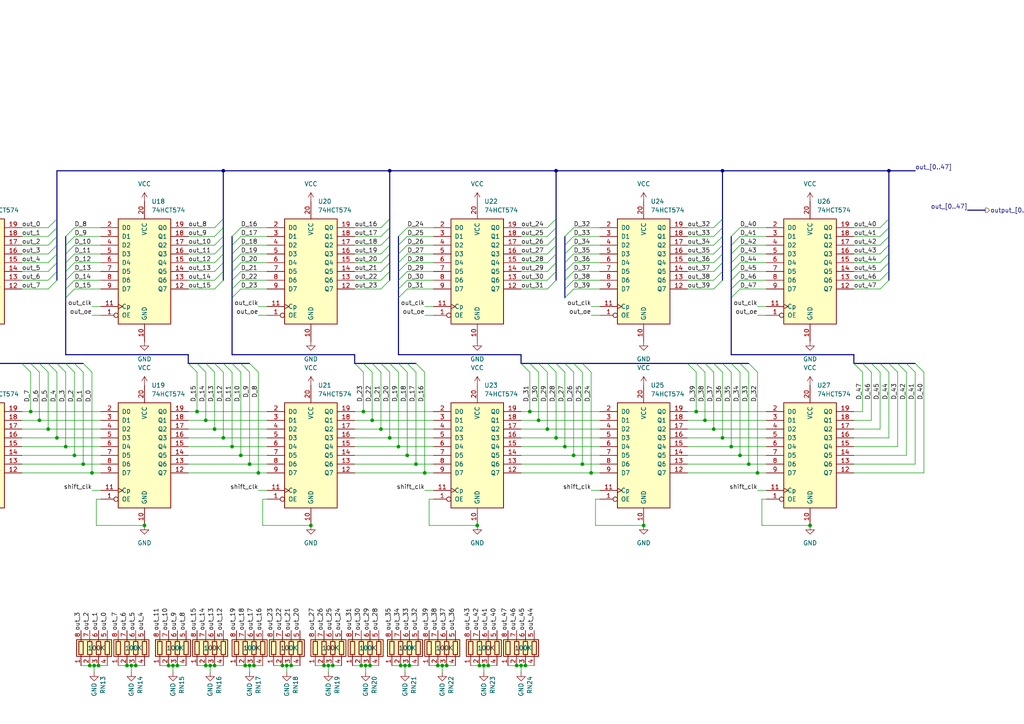
<source format=kicad_sch>
(kicad_sch (version 20211123) (generator eeschema)
  (paper "A4")
  (junction (at 26.67 137.16))
  (junction (at 113.03 127))
  (junction (at 96.52 193.04))
  (junction (at 141.605 193.04))
  (junction (at 72.39 193.04))
  (junction (at 117.475 193.04))
  (junction (at 26.035 193.04))
  (junction (at 214.63 132.08))
  (junction (at 72.39 134.62))
  (junction (at 153.67 119.38))
  (junction (at 62.23 193.04))
  (junction (at 204.47 121.92))
  (junction (at 64.77 49.53))
  (junction (at 62.23 124.46))
  (junction (at 212.09 129.54))
  (junction (at 129.54 193.04))
  (junction (at 106.045 193.04))
  (junction (at 127 193.04))
  (junction (at 21.59 132.08))
  (junction (at 19.05 129.54))
  (junction (at 217.17 134.62))
  (junction (at 113.03 49.53))
  (junction (at 201.93 119.38))
  (junction (at 11.43 121.92))
  (junction (at 120.65 134.62))
  (junction (at 16.51 127))
  (junction (at 60.96 193.04))
  (junction (at 138.43 152.4))
  (junction (at 107.315 193.04))
  (junction (at 104.775 193.04))
  (junction (at 27.305 193.04))
  (junction (at 110.49 124.46))
  (junction (at 8.89 119.38))
  (junction (at 209.55 127))
  (junction (at -6.35 152.4))
  (junction (at 116.205 193.04))
  (junction (at 118.745 193.04))
  (junction (at 59.69 193.04))
  (junction (at 151.13 193.04))
  (junction (at 13.97 124.46))
  (junction (at 81.915 193.04))
  (junction (at 83.185 193.04))
  (junction (at 161.29 49.53))
  (junction (at 36.83 193.04))
  (junction (at 84.455 193.04))
  (junction (at 39.37 193.04))
  (junction (at 64.77 127))
  (junction (at 59.69 121.92))
  (junction (at 41.91 152.4))
  (junction (at 152.4 193.04))
  (junction (at 71.12 193.04))
  (junction (at 48.895 193.04))
  (junction (at 234.95 152.4))
  (junction (at 149.86 193.04))
  (junction (at 38.1 193.04))
  (junction (at 166.37 132.08))
  (junction (at 74.93 137.16))
  (junction (at 50.165 193.04))
  (junction (at 257.81 49.53))
  (junction (at 123.19 137.16))
  (junction (at 219.71 137.16))
  (junction (at 161.29 127))
  (junction (at 105.41 119.38))
  (junction (at 57.15 119.38))
  (junction (at 128.27 193.04))
  (junction (at 51.435 193.04))
  (junction (at 171.45 137.16))
  (junction (at 93.98 193.04))
  (junction (at 115.57 129.54))
  (junction (at 139.065 193.04))
  (junction (at 95.25 193.04))
  (junction (at 118.11 132.08))
  (junction (at 73.66 193.04))
  (junction (at 209.55 49.53))
  (junction (at 28.575 193.04))
  (junction (at 69.85 132.08))
  (junction (at 156.21 121.92))
  (junction (at 24.13 134.62))
  (junction (at 158.75 124.46))
  (junction (at 186.69 152.4))
  (junction (at 107.95 121.92))
  (junction (at 67.31 129.54))
  (junction (at 140.335 193.04))
  (junction (at 163.83 129.54))
  (junction (at 207.01 124.46))
  (junction (at 168.91 134.62))
  (junction (at 90.17 152.4))
  (bus_entry (at 110.49 66.04) (size 2.54 -2.54))
  (bus_entry (at -29.21 127) (size 2.54 -2.54))
  (bus_entry (at 110.49 68.58) (size 2.54 -2.54))
  (bus_entry (at 110.49 76.2) (size 2.54 -2.54))
  (bus_entry (at 13.97 73.66) (size 2.54 -2.54))
  (bus_entry (at 161.29 105.41) (size 2.54 2.54))
  (bus_entry (at 67.31 73.66) (size 2.54 -2.54))
  (bus_entry (at 67.31 86.36) (size 2.54 -2.54))
  (bus_entry (at 158.75 76.2) (size 2.54 -2.54))
  (bus_entry (at 255.27 78.74) (size 2.54 -2.54))
  (bus_entry (at 207.01 78.74) (size 2.54 -2.54))
  (bus_entry (at 13.97 66.04) (size 2.54 -2.54))
  (bus_entry (at 62.23 78.74) (size 2.54 -2.54))
  (bus_entry (at 54.61 105.41) (size 2.54 2.54))
  (bus_entry (at 250.19 105.41) (size 2.54 2.54))
  (bus_entry (at 69.85 105.41) (size 2.54 2.54))
  (bus_entry (at -29.21 134.62) (size 2.54 -2.54))
  (bus_entry (at 163.83 76.2) (size 2.54 -2.54))
  (bus_entry (at 19.05 86.36) (size 2.54 -2.54))
  (bus_entry (at 207.01 68.58) (size 2.54 -2.54))
  (bus_entry (at 118.11 105.41) (size 2.54 2.54))
  (bus_entry (at 255.27 66.04) (size 2.54 -2.54))
  (bus_entry (at 19.05 78.74) (size 2.54 -2.54))
  (bus_entry (at 62.23 68.58) (size 2.54 -2.54))
  (bus_entry (at 6.35 105.41) (size 2.54 2.54))
  (bus_entry (at 67.31 71.12) (size 2.54 -2.54))
  (bus_entry (at -29.21 132.08) (size 2.54 -2.54))
  (bus_entry (at 163.83 68.58) (size 2.54 -2.54))
  (bus_entry (at 163.83 71.12) (size 2.54 -2.54))
  (bus_entry (at 163.83 105.41) (size 2.54 2.54))
  (bus_entry (at 255.27 68.58) (size 2.54 -2.54))
  (bus_entry (at 62.23 76.2) (size 2.54 -2.54))
  (bus_entry (at 255.27 83.82) (size 2.54 -2.54))
  (bus_entry (at 265.43 105.41) (size 2.54 2.54))
  (bus_entry (at 153.67 105.41) (size 2.54 2.54))
  (bus_entry (at 115.57 83.82) (size 2.54 -2.54))
  (bus_entry (at 260.35 105.41) (size 2.54 2.54))
  (bus_entry (at 64.77 105.41) (size 2.54 2.54))
  (bus_entry (at 19.05 73.66) (size 2.54 -2.54))
  (bus_entry (at 212.09 105.41) (size 2.54 2.54))
  (bus_entry (at 168.91 105.41) (size 2.54 2.54))
  (bus_entry (at 207.01 81.28) (size 2.54 -2.54))
  (bus_entry (at 19.05 71.12) (size 2.54 -2.54))
  (bus_entry (at 115.57 86.36) (size 2.54 -2.54))
  (bus_entry (at 255.27 81.28) (size 2.54 -2.54))
  (bus_entry (at 158.75 71.12) (size 2.54 -2.54))
  (bus_entry (at 13.97 71.12) (size 2.54 -2.54))
  (bus_entry (at 13.97 83.82) (size 2.54 -2.54))
  (bus_entry (at 163.83 86.36) (size 2.54 -2.54))
  (bus_entry (at 115.57 71.12) (size 2.54 -2.54))
  (bus_entry (at 107.95 105.41) (size 2.54 2.54))
  (bus_entry (at 158.75 78.74) (size 2.54 -2.54))
  (bus_entry (at 257.81 105.41) (size 2.54 2.54))
  (bus_entry (at 212.09 86.36) (size 2.54 -2.54))
  (bus_entry (at 255.27 73.66) (size 2.54 -2.54))
  (bus_entry (at 212.09 76.2) (size 2.54 -2.54))
  (bus_entry (at 102.87 105.41) (size 2.54 2.54))
  (bus_entry (at 158.75 68.58) (size 2.54 -2.54))
  (bus_entry (at 158.75 73.66) (size 2.54 -2.54))
  (bus_entry (at 255.27 76.2) (size 2.54 -2.54))
  (bus_entry (at 207.01 71.12) (size 2.54 -2.54))
  (bus_entry (at 67.31 78.74) (size 2.54 -2.54))
  (bus_entry (at 163.83 83.82) (size 2.54 -2.54))
  (bus_entry (at -29.21 137.16) (size 2.54 -2.54))
  (bus_entry (at 105.41 105.41) (size 2.54 2.54))
  (bus_entry (at 110.49 78.74) (size 2.54 -2.54))
  (bus_entry (at 214.63 105.41) (size 2.54 2.54))
  (bus_entry (at 67.31 68.58) (size 2.54 -2.54))
  (bus_entry (at 204.47 105.41) (size 2.54 2.54))
  (bus_entry (at 19.05 83.82) (size 2.54 -2.54))
  (bus_entry (at 13.97 68.58) (size 2.54 -2.54))
  (bus_entry (at 217.17 105.41) (size 2.54 2.54))
  (bus_entry (at 212.09 73.66) (size 2.54 -2.54))
  (bus_entry (at 163.83 81.28) (size 2.54 -2.54))
  (bus_entry (at 67.31 83.82) (size 2.54 -2.54))
  (bus_entry (at 158.75 105.41) (size 2.54 2.54))
  (bus_entry (at 115.57 78.74) (size 2.54 -2.54))
  (bus_entry (at 115.57 73.66) (size 2.54 -2.54))
  (bus_entry (at 212.09 83.82) (size 2.54 -2.54))
  (bus_entry (at 67.31 76.2) (size 2.54 -2.54))
  (bus_entry (at 110.49 105.41) (size 2.54 2.54))
  (bus_entry (at 115.57 68.58) (size 2.54 -2.54))
  (bus_entry (at 67.31 105.41) (size 2.54 2.54))
  (bus_entry (at 255.27 71.12) (size 2.54 -2.54))
  (bus_entry (at 199.39 105.41) (size 2.54 2.54))
  (bus_entry (at 62.23 73.66) (size 2.54 -2.54))
  (bus_entry (at 262.89 105.41) (size 2.54 2.54))
  (bus_entry (at 252.73 105.41) (size 2.54 2.54))
  (bus_entry (at 110.49 71.12) (size 2.54 -2.54))
  (bus_entry (at 207.01 73.66) (size 2.54 -2.54))
  (bus_entry (at 62.23 105.41) (size 2.54 2.54))
  (bus_entry (at 158.75 66.04) (size 2.54 -2.54))
  (bus_entry (at 207.01 105.41) (size 2.54 2.54))
  (bus_entry (at 212.09 71.12) (size 2.54 -2.54))
  (bus_entry (at 201.93 105.41) (size 2.54 2.54))
  (bus_entry (at 110.49 73.66) (size 2.54 -2.54))
  (bus_entry (at 13.97 81.28) (size 2.54 -2.54))
  (bus_entry (at 110.49 83.82) (size 2.54 -2.54))
  (bus_entry (at 67.31 81.28) (size 2.54 -2.54))
  (bus_entry (at -29.21 124.46) (size 2.54 -2.54))
  (bus_entry (at 57.15 105.41) (size 2.54 2.54))
  (bus_entry (at 115.57 81.28) (size 2.54 -2.54))
  (bus_entry (at 166.37 105.41) (size 2.54 2.54))
  (bus_entry (at 62.23 71.12) (size 2.54 -2.54))
  (bus_entry (at 19.05 81.28) (size 2.54 -2.54))
  (bus_entry (at -29.21 139.7) (size 2.54 -2.54))
  (bus_entry (at 158.75 81.28) (size 2.54 -2.54))
  (bus_entry (at 115.57 105.41) (size 2.54 2.54))
  (bus_entry (at 212.09 81.28) (size 2.54 -2.54))
  (bus_entry (at 207.01 66.04) (size 2.54 -2.54))
  (bus_entry (at 247.65 105.41) (size 2.54 2.54))
  (bus_entry (at 212.09 78.74) (size 2.54 -2.54))
  (bus_entry (at 209.55 105.41) (size 2.54 2.54))
  (bus_entry (at 156.21 105.41) (size 2.54 2.54))
  (bus_entry (at 59.69 105.41) (size 2.54 2.54))
  (bus_entry (at 163.83 73.66) (size 2.54 -2.54))
  (bus_entry (at 13.97 76.2) (size 2.54 -2.54))
  (bus_entry (at 115.57 76.2) (size 2.54 -2.54))
  (bus_entry (at 163.83 78.74) (size 2.54 -2.54))
  (bus_entry (at 13.97 78.74) (size 2.54 -2.54))
  (bus_entry (at 62.23 83.82) (size 2.54 -2.54))
  (bus_entry (at 8.89 105.41) (size 2.54 2.54))
  (bus_entry (at 16.51 105.41) (size 2.54 2.54))
  (bus_entry (at 19.05 105.41) (size 2.54 2.54))
  (bus_entry (at 24.13 105.41) (size 2.54 2.54))
  (bus_entry (at 21.59 105.41) (size 2.54 2.54))
  (bus_entry (at 13.97 105.41) (size 2.54 2.54))
  (bus_entry (at 11.43 105.41) (size 2.54 2.54))
  (bus_entry (at 151.13 105.41) (size 2.54 2.54))
  (bus_entry (at 207.01 83.82) (size 2.54 -2.54))
  (bus_entry (at 212.09 68.58) (size 2.54 -2.54))
  (bus_entry (at 19.05 68.58) (size 2.54 -2.54))
  (bus_entry (at -29.21 121.92) (size 2.54 -2.54))
  (bus_entry (at 19.05 76.2) (size 2.54 -2.54))
  (bus_entry (at 207.01 76.2) (size 2.54 -2.54))
  (bus_entry (at 120.65 105.41) (size 2.54 2.54))
  (bus_entry (at 62.23 81.28) (size 2.54 -2.54))
  (bus_entry (at 62.23 66.04) (size 2.54 -2.54))
  (bus_entry (at 72.39 105.41) (size 2.54 2.54))
  (bus_entry (at -29.21 73.66) (size 2.54 -2.54))
  (bus_entry (at -29.21 78.74) (size 2.54 -2.54))
  (bus_entry (at -29.21 76.2) (size 2.54 -2.54))
  (bus_entry (at -29.21 71.12) (size 2.54 -2.54))
  (bus_entry (at -26.67 66.04) (size -2.54 -2.54))
  (bus_entry (at -29.21 81.28) (size 2.54 -2.54))
  (bus_entry (at -29.21 83.82) (size 2.54 -2.54))
  (bus_entry (at -29.21 86.36) (size 2.54 -2.54))
  (bus_entry (at 255.27 105.41) (size 2.54 2.54))
  (bus_entry (at -29.21 129.54) (size 2.54 -2.54))
  (bus_entry (at 113.03 105.41) (size 2.54 2.54))
  (bus_entry (at 158.75 83.82) (size 2.54 -2.54))
  (bus_entry (at 110.49 81.28) (size 2.54 -2.54))
  (wire (pts (xy -21.59 142.24) (xy -19.05 142.24)))
  (wire (pts (xy 26.67 88.9) (xy 29.21 88.9)))
  (bus (pts (xy 163.83 78.74) (xy 163.83 81.28)))
  (bus (pts (xy 21.59 105.41) (xy 24.13 105.41)))
  (wire (pts (xy 102.87 127) (xy 113.03 127)))
  (wire (pts (xy 120.65 134.62) (xy 125.73 134.62)))
  (wire (pts (xy 265.43 107.95) (xy 265.43 134.62)))
  (wire (pts (xy 59.69 193.04) (xy 60.96 193.04)))
  (wire (pts (xy 6.35 127) (xy 16.51 127)))
  (wire (pts (xy 199.39 68.58) (xy 207.01 68.58)))
  (wire (pts (xy 123.19 88.9) (xy 125.73 88.9)))
  (wire (pts (xy 118.11 78.74) (xy 125.73 78.74)))
  (wire (pts (xy 76.2 144.78) (xy 77.47 144.78)))
  (wire (pts (xy 214.63 68.58) (xy 222.25 68.58)))
  (bus (pts (xy 163.83 81.28) (xy 163.83 83.82)))
  (bus (pts (xy -29.21 134.62) (xy -29.21 137.16)))
  (wire (pts (xy 102.87 66.04) (xy 110.49 66.04)))
  (wire (pts (xy 36.83 193.04) (xy 38.1 193.04)))
  (wire (pts (xy 54.61 76.2) (xy 62.23 76.2)))
  (bus (pts (xy 64.77 49.53) (xy 113.03 49.53)))
  (bus (pts (xy -29.21 63.5) (xy -29.21 71.12)))
  (bus (pts (xy 163.83 83.82) (xy 163.83 86.36)))
  (wire (pts (xy 151.13 193.04) (xy 151.13 194.945)))
  (wire (pts (xy 102.87 132.08) (xy 118.11 132.08)))
  (wire (pts (xy 6.35 134.62) (xy 24.13 134.62)))
  (bus (pts (xy 161.29 78.74) (xy 161.29 81.28)))
  (bus (pts (xy 209.55 73.66) (xy 209.55 76.2)))
  (wire (pts (xy 46.355 193.04) (xy 48.895 193.04)))
  (bus (pts (xy 19.05 86.36) (xy 19.05 102.87)))
  (wire (pts (xy 214.63 71.12) (xy 222.25 71.12)))
  (bus (pts (xy -29.21 86.36) (xy -29.21 105.41)))
  (bus (pts (xy 115.57 71.12) (xy 115.57 73.66)))
  (wire (pts (xy 69.85 132.08) (xy 77.47 132.08)))
  (bus (pts (xy 16.51 73.66) (xy 16.51 71.12)))
  (wire (pts (xy 199.39 119.38) (xy 201.93 119.38)))
  (bus (pts (xy 64.77 76.2) (xy 64.77 78.74)))
  (bus (pts (xy 257.81 49.53) (xy 257.81 63.5)))
  (bus (pts (xy 115.57 73.66) (xy 115.57 76.2)))
  (wire (pts (xy 6.35 66.04) (xy 13.97 66.04)))
  (wire (pts (xy 172.72 152.4) (xy 172.72 144.78)))
  (wire (pts (xy 69.85 68.58) (xy 77.47 68.58)))
  (wire (pts (xy 207.01 107.95) (xy 207.01 124.46)))
  (bus (pts (xy 209.55 76.2) (xy 209.55 78.74)))
  (wire (pts (xy 72.39 107.95) (xy 72.39 134.62)))
  (bus (pts (xy -29.21 76.2) (xy -29.21 78.74)))
  (bus (pts (xy 113.03 49.53) (xy 113.03 63.5)))
  (wire (pts (xy 102.235 193.04) (xy 104.775 193.04)))
  (wire (pts (xy 151.13 66.04) (xy 158.75 66.04)))
  (bus (pts (xy 209.55 68.58) (xy 209.55 71.12)))
  (wire (pts (xy 140.335 193.04) (xy 141.605 193.04)))
  (bus (pts (xy 102.87 105.41) (xy 105.41 105.41)))
  (wire (pts (xy 27.305 193.04) (xy 27.305 194.945)))
  (wire (pts (xy 199.39 78.74) (xy 207.01 78.74)))
  (wire (pts (xy 123.19 91.44) (xy 125.73 91.44)))
  (wire (pts (xy 156.21 107.95) (xy 156.21 121.92)))
  (wire (pts (xy 220.98 144.78) (xy 222.25 144.78)))
  (wire (pts (xy 107.95 107.95) (xy 107.95 121.92)))
  (wire (pts (xy 199.39 81.28) (xy 207.01 81.28)))
  (bus (pts (xy 153.67 105.41) (xy 156.21 105.41)))
  (bus (pts (xy 16.51 76.2) (xy 16.51 73.66)))
  (wire (pts (xy 151.13 121.92) (xy 156.21 121.92)))
  (wire (pts (xy -26.67 124.46) (xy -19.05 124.46)))
  (wire (pts (xy 69.85 73.66) (xy 77.47 73.66)))
  (bus (pts (xy 54.61 105.41) (xy 57.15 105.41)))
  (bus (pts (xy 16.51 105.41) (xy 19.05 105.41)))
  (wire (pts (xy 21.59 78.74) (xy 29.21 78.74)))
  (wire (pts (xy 250.19 107.95) (xy 250.19 119.38)))
  (wire (pts (xy 104.775 193.04) (xy 106.045 193.04)))
  (wire (pts (xy 6.35 78.74) (xy 13.97 78.74)))
  (wire (pts (xy 59.69 107.95) (xy 59.69 121.92)))
  (bus (pts (xy 212.09 68.58) (xy 212.09 71.12)))
  (bus (pts (xy 156.21 105.41) (xy 158.75 105.41)))
  (bus (pts (xy -29.21 83.82) (xy -29.21 86.36)))
  (wire (pts (xy 107.315 193.04) (xy 109.855 193.04)))
  (wire (pts (xy 214.63 81.28) (xy 222.25 81.28)))
  (wire (pts (xy 73.66 193.04) (xy 76.2 193.04)))
  (wire (pts (xy 54.61 71.12) (xy 62.23 71.12)))
  (bus (pts (xy 113.03 105.41) (xy 115.57 105.41)))
  (wire (pts (xy 74.93 91.44) (xy 77.47 91.44)))
  (bus (pts (xy 212.09 86.36) (xy 212.09 102.87)))
  (bus (pts (xy 16.51 49.53) (xy 64.77 49.53)))
  (wire (pts (xy -26.67 132.08) (xy -19.05 132.08)))
  (wire (pts (xy 209.55 127) (xy 222.25 127)))
  (bus (pts (xy 113.03 76.2) (xy 113.03 78.74)))
  (wire (pts (xy 247.65 121.92) (xy 252.73 121.92)))
  (bus (pts (xy 16.51 66.04) (xy 16.51 63.5)))
  (wire (pts (xy 62.23 193.04) (xy 64.77 193.04)))
  (wire (pts (xy 247.65 76.2) (xy 255.27 76.2)))
  (bus (pts (xy 115.57 102.87) (xy 151.13 102.87)))
  (wire (pts (xy 247.65 127) (xy 257.81 127)))
  (wire (pts (xy 6.35 129.54) (xy 19.05 129.54)))
  (bus (pts (xy -29.21 129.54) (xy -29.21 132.08)))
  (wire (pts (xy 8.89 107.95) (xy 8.89 119.38)))
  (wire (pts (xy 247.65 132.08) (xy 262.89 132.08)))
  (bus (pts (xy -29.21 132.08) (xy -29.21 134.62)))
  (bus (pts (xy 161.29 49.53) (xy 161.29 63.5)))
  (bus (pts (xy 19.05 102.87) (xy 54.61 102.87)))
  (wire (pts (xy 199.39 83.82) (xy 207.01 83.82)))
  (wire (pts (xy 151.13 193.04) (xy 152.4 193.04)))
  (wire (pts (xy 24.13 107.95) (xy 24.13 134.62)))
  (wire (pts (xy 212.09 129.54) (xy 222.25 129.54)))
  (wire (pts (xy 118.11 81.28) (xy 125.73 81.28)))
  (wire (pts (xy 57.15 193.04) (xy 59.69 193.04)))
  (wire (pts (xy 158.75 124.46) (xy 173.99 124.46)))
  (bus (pts (xy 64.77 66.04) (xy 64.77 68.58)))
  (bus (pts (xy 67.31 78.74) (xy 67.31 81.28)))
  (wire (pts (xy 220.98 152.4) (xy 220.98 144.78)))
  (bus (pts (xy 64.77 71.12) (xy 64.77 73.66)))
  (wire (pts (xy 118.11 66.04) (xy 125.73 66.04)))
  (wire (pts (xy 6.35 119.38) (xy 8.89 119.38)))
  (bus (pts (xy 257.81 71.12) (xy 257.81 73.66)))
  (wire (pts (xy 219.71 91.44) (xy 222.25 91.44)))
  (bus (pts (xy 161.29 73.66) (xy 161.29 76.2)))
  (wire (pts (xy 147.32 193.04) (xy 149.86 193.04)))
  (wire (pts (xy 8.89 119.38) (xy 29.21 119.38)))
  (wire (pts (xy 54.61 137.16) (xy 74.93 137.16)))
  (wire (pts (xy 11.43 121.92) (xy 29.21 121.92)))
  (wire (pts (xy 166.37 81.28) (xy 173.99 81.28)))
  (bus (pts (xy 212.09 76.2) (xy 212.09 78.74)))
  (wire (pts (xy 38.1 193.04) (xy 39.37 193.04)))
  (wire (pts (xy 38.1 193.04) (xy 38.1 194.945)))
  (bus (pts (xy 166.37 105.41) (xy 168.91 105.41)))
  (wire (pts (xy 24.13 134.62) (xy 29.21 134.62)))
  (wire (pts (xy 123.19 137.16) (xy 125.73 137.16)))
  (wire (pts (xy 72.39 134.62) (xy 77.47 134.62)))
  (bus (pts (xy 212.09 71.12) (xy 212.09 73.66)))
  (wire (pts (xy 127 193.04) (xy 128.27 193.04)))
  (wire (pts (xy 116.205 193.04) (xy 117.475 193.04)))
  (wire (pts (xy 124.46 193.04) (xy 127 193.04)))
  (wire (pts (xy 21.59 73.66) (xy 29.21 73.66)))
  (bus (pts (xy 209.55 66.04) (xy 209.55 68.58)))
  (bus (pts (xy 212.09 83.82) (xy 212.09 86.36)))
  (wire (pts (xy -26.67 137.16) (xy -19.05 137.16)))
  (wire (pts (xy 26.67 107.95) (xy 26.67 137.16)))
  (wire (pts (xy 151.13 137.16) (xy 171.45 137.16)))
  (wire (pts (xy 74.93 142.24) (xy 77.47 142.24)))
  (wire (pts (xy 138.43 152.4) (xy 124.46 152.4)))
  (bus (pts (xy 113.03 78.74) (xy 113.03 81.28)))
  (wire (pts (xy 90.17 152.4) (xy 76.2 152.4)))
  (wire (pts (xy 102.87 129.54) (xy 115.57 129.54)))
  (wire (pts (xy -26.67 121.92) (xy -19.05 121.92)))
  (wire (pts (xy 247.65 119.38) (xy 250.19 119.38)))
  (wire (pts (xy 102.87 68.58) (xy 110.49 68.58)))
  (wire (pts (xy 54.61 78.74) (xy 62.23 78.74)))
  (wire (pts (xy -26.67 68.58) (xy -19.05 68.58)))
  (bus (pts (xy 113.03 66.04) (xy 113.03 68.58)))
  (wire (pts (xy 118.11 71.12) (xy 125.73 71.12)))
  (bus (pts (xy 212.09 81.28) (xy 212.09 83.82)))
  (bus (pts (xy 13.97 105.41) (xy 16.51 105.41)))
  (wire (pts (xy 102.87 134.62) (xy 120.65 134.62)))
  (wire (pts (xy 153.67 107.95) (xy 153.67 119.38)))
  (wire (pts (xy 27.305 193.04) (xy 28.575 193.04)))
  (bus (pts (xy -29.21 81.28) (xy -29.21 83.82)))
  (bus (pts (xy 16.51 63.5) (xy 16.51 49.53)))
  (wire (pts (xy 247.65 83.82) (xy 255.27 83.82)))
  (wire (pts (xy 26.035 193.04) (xy 27.305 193.04)))
  (wire (pts (xy 166.37 78.74) (xy 173.99 78.74)))
  (wire (pts (xy 158.75 107.95) (xy 158.75 124.46)))
  (bus (pts (xy -29.21 78.74) (xy -29.21 81.28)))
  (wire (pts (xy -20.32 144.78) (xy -19.05 144.78)))
  (wire (pts (xy 129.54 193.04) (xy 132.08 193.04)))
  (wire (pts (xy -26.67 134.62) (xy -19.05 134.62)))
  (wire (pts (xy 102.87 124.46) (xy 110.49 124.46)))
  (bus (pts (xy 118.11 105.41) (xy 120.65 105.41)))
  (bus (pts (xy 19.05 83.82) (xy 19.05 86.36)))
  (bus (pts (xy 107.95 105.41) (xy 110.49 105.41)))
  (bus (pts (xy 214.63 105.41) (xy 217.17 105.41)))
  (wire (pts (xy 60.96 193.04) (xy 60.96 194.945)))
  (wire (pts (xy 72.39 193.04) (xy 72.39 194.945)))
  (wire (pts (xy 214.63 76.2) (xy 222.25 76.2)))
  (wire (pts (xy 123.19 142.24) (xy 125.73 142.24)))
  (wire (pts (xy 28.575 193.04) (xy 31.115 193.04)))
  (wire (pts (xy 247.65 124.46) (xy 255.27 124.46)))
  (wire (pts (xy 161.29 127) (xy 173.99 127)))
  (wire (pts (xy 201.93 119.38) (xy 222.25 119.38)))
  (wire (pts (xy 81.915 193.04) (xy 83.185 193.04)))
  (bus (pts (xy -29.21 121.92) (xy -29.21 124.46)))
  (wire (pts (xy 204.47 107.95) (xy 204.47 121.92)))
  (wire (pts (xy 13.97 124.46) (xy 29.21 124.46)))
  (wire (pts (xy 151.13 78.74) (xy 158.75 78.74)))
  (wire (pts (xy 118.745 193.04) (xy 121.285 193.04)))
  (bus (pts (xy 207.01 105.41) (xy 209.55 105.41)))
  (wire (pts (xy 102.87 73.66) (xy 110.49 73.66)))
  (bus (pts (xy 67.31 76.2) (xy 67.31 78.74)))
  (wire (pts (xy 262.89 107.95) (xy 262.89 132.08)))
  (wire (pts (xy 257.81 107.95) (xy 257.81 127)))
  (wire (pts (xy 54.61 66.04) (xy 62.23 66.04)))
  (bus (pts (xy 102.87 102.87) (xy 102.87 105.41)))
  (wire (pts (xy -26.67 127) (xy -19.05 127)))
  (bus (pts (xy 212.09 78.74) (xy 212.09 81.28)))
  (wire (pts (xy 69.85 83.82) (xy 77.47 83.82)))
  (wire (pts (xy 6.35 71.12) (xy 13.97 71.12)))
  (bus (pts (xy 115.57 83.82) (xy 115.57 86.36)))
  (wire (pts (xy 48.895 193.04) (xy 50.165 193.04)))
  (wire (pts (xy 247.65 68.58) (xy 255.27 68.58)))
  (wire (pts (xy 118.11 68.58) (xy 125.73 68.58)))
  (wire (pts (xy 96.52 193.04) (xy 99.06 193.04)))
  (wire (pts (xy 39.37 193.04) (xy 41.91 193.04)))
  (wire (pts (xy 151.13 127) (xy 161.29 127)))
  (bus (pts (xy -29.21 73.66) (xy -29.21 76.2)))
  (wire (pts (xy 151.13 71.12) (xy 158.75 71.12)))
  (bus (pts (xy 257.81 76.2) (xy 257.81 78.74)))
  (wire (pts (xy 21.59 81.28) (xy 29.21 81.28)))
  (wire (pts (xy 151.13 68.58) (xy 158.75 68.58)))
  (wire (pts (xy -27.94 172.72) (xy -21.59 172.72)))
  (wire (pts (xy -6.35 152.4) (xy -20.32 152.4)))
  (wire (pts (xy 84.455 193.04) (xy 86.995 193.04)))
  (bus (pts (xy 64.77 63.5) (xy 64.77 66.04)))
  (bus (pts (xy 19.05 81.28) (xy 19.05 83.82)))
  (bus (pts (xy 280.67 60.96) (xy 285.75 60.96)))
  (wire (pts (xy 247.65 66.04) (xy 255.27 66.04)))
  (bus (pts (xy 115.57 105.41) (xy 118.11 105.41)))
  (wire (pts (xy 21.59 66.04) (xy 29.21 66.04)))
  (wire (pts (xy 156.21 121.92) (xy 173.99 121.92)))
  (wire (pts (xy 219.71 137.16) (xy 222.25 137.16)))
  (wire (pts (xy 59.69 121.92) (xy 77.47 121.92)))
  (wire (pts (xy 6.35 76.2) (xy 13.97 76.2)))
  (wire (pts (xy 67.31 107.95) (xy 67.31 129.54)))
  (wire (pts (xy 219.71 88.9) (xy 222.25 88.9)))
  (bus (pts (xy 257.81 68.58) (xy 257.81 71.12)))
  (bus (pts (xy 168.91 105.41) (xy 199.39 105.41)))
  (bus (pts (xy 163.83 105.41) (xy 166.37 105.41)))
  (wire (pts (xy 166.37 66.04) (xy 173.99 66.04)))
  (wire (pts (xy 21.59 83.82) (xy 29.21 83.82)))
  (wire (pts (xy 113.03 127) (xy 125.73 127)))
  (bus (pts (xy 113.03 71.12) (xy 113.03 73.66)))
  (wire (pts (xy 171.45 88.9) (xy 173.99 88.9)))
  (wire (pts (xy 117.475 193.04) (xy 117.475 194.945)))
  (wire (pts (xy 166.37 68.58) (xy 173.99 68.58)))
  (wire (pts (xy 255.27 107.95) (xy 255.27 124.46)))
  (wire (pts (xy 166.37 107.95) (xy 166.37 132.08)))
  (wire (pts (xy 247.65 78.74) (xy 255.27 78.74)))
  (bus (pts (xy 212.09 73.66) (xy 212.09 76.2)))
  (wire (pts (xy 124.46 144.78) (xy 125.73 144.78)))
  (wire (pts (xy 166.37 76.2) (xy 173.99 76.2)))
  (bus (pts (xy -29.21 71.12) (xy -29.21 73.66)))
  (bus (pts (xy 212.09 102.87) (xy 247.65 102.87)))
  (wire (pts (xy 19.05 107.95) (xy 19.05 129.54)))
  (wire (pts (xy 151.13 129.54) (xy 163.83 129.54)))
  (bus (pts (xy 67.31 81.28) (xy 67.31 83.82)))
  (bus (pts (xy 257.81 78.74) (xy 257.81 81.28)))
  (wire (pts (xy 11.43 107.95) (xy 11.43 121.92)))
  (bus (pts (xy -29.21 139.7) (xy -29.21 152.4)))
  (wire (pts (xy 171.45 137.16) (xy 173.99 137.16)))
  (wire (pts (xy -27.94 176.53) (xy -21.59 176.53)))
  (bus (pts (xy 161.29 68.58) (xy 161.29 71.12)))
  (wire (pts (xy 151.13 81.28) (xy 158.75 81.28)))
  (wire (pts (xy 217.17 107.95) (xy 217.17 134.62)))
  (wire (pts (xy 26.67 142.24) (xy 29.21 142.24)))
  (wire (pts (xy 102.87 81.28) (xy 110.49 81.28)))
  (wire (pts (xy 105.41 107.95) (xy 105.41 119.38)))
  (bus (pts (xy 262.89 105.41) (xy 265.43 105.41)))
  (bus (pts (xy 19.05 78.74) (xy 19.05 81.28)))
  (wire (pts (xy 214.63 73.66) (xy 222.25 73.66)))
  (bus (pts (xy 11.43 105.41) (xy 13.97 105.41)))
  (bus (pts (xy 19.05 76.2) (xy 19.05 78.74)))
  (wire (pts (xy 6.35 68.58) (xy 13.97 68.58)))
  (wire (pts (xy 95.25 193.04) (xy 96.52 193.04)))
  (wire (pts (xy 6.35 83.82) (xy 13.97 83.82)))
  (wire (pts (xy 113.665 193.04) (xy 116.205 193.04)))
  (bus (pts (xy 250.19 105.41) (xy 252.73 105.41)))
  (wire (pts (xy -26.67 83.82) (xy -19.05 83.82)))
  (wire (pts (xy 161.29 107.95) (xy 161.29 127)))
  (wire (pts (xy 199.39 73.66) (xy 207.01 73.66)))
  (bus (pts (xy 209.55 49.53) (xy 209.55 63.5)))
  (wire (pts (xy 214.63 78.74) (xy 222.25 78.74)))
  (wire (pts (xy 16.51 127) (xy 29.21 127)))
  (wire (pts (xy -26.67 129.54) (xy -19.05 129.54)))
  (wire (pts (xy 120.65 107.95) (xy 120.65 134.62)))
  (bus (pts (xy 59.69 105.41) (xy 62.23 105.41)))
  (bus (pts (xy 19.05 68.58) (xy 19.05 71.12)))
  (bus (pts (xy 64.77 105.41) (xy 67.31 105.41)))
  (bus (pts (xy 113.03 63.5) (xy 113.03 66.04)))
  (wire (pts (xy 166.37 73.66) (xy 173.99 73.66)))
  (bus (pts (xy 64.77 78.74) (xy 64.77 81.28)))
  (bus (pts (xy 209.55 71.12) (xy 209.55 73.66)))
  (bus (pts (xy 113.03 68.58) (xy 113.03 71.12)))
  (wire (pts (xy 69.85 107.95) (xy 69.85 132.08)))
  (wire (pts (xy 199.39 124.46) (xy 207.01 124.46)))
  (wire (pts (xy 102.87 137.16) (xy 123.19 137.16)))
  (wire (pts (xy 67.31 129.54) (xy 77.47 129.54)))
  (wire (pts (xy 26.67 137.16) (xy 29.21 137.16)))
  (wire (pts (xy 151.13 134.62) (xy 168.91 134.62)))
  (bus (pts (xy 16.51 81.28) (xy 16.51 78.74)))
  (wire (pts (xy 93.98 193.04) (xy 95.25 193.04)))
  (wire (pts (xy 107.95 121.92) (xy 125.73 121.92)))
  (wire (pts (xy 252.73 107.95) (xy 252.73 121.92)))
  (wire (pts (xy 16.51 107.95) (xy 16.51 127)))
  (wire (pts (xy 62.23 124.46) (xy 77.47 124.46)))
  (wire (pts (xy 214.63 83.82) (xy 222.25 83.82)))
  (bus (pts (xy -29.21 127) (xy -29.21 129.54)))
  (wire (pts (xy 21.59 132.08) (xy 29.21 132.08)))
  (wire (pts (xy 54.61 134.62) (xy 72.39 134.62)))
  (wire (pts (xy 19.05 129.54) (xy 29.21 129.54)))
  (bus (pts (xy 158.75 105.41) (xy 161.29 105.41)))
  (wire (pts (xy 166.37 83.82) (xy 173.99 83.82)))
  (wire (pts (xy 219.71 142.24) (xy 222.25 142.24)))
  (wire (pts (xy 54.61 68.58) (xy 62.23 68.58)))
  (wire (pts (xy 166.37 132.08) (xy 173.99 132.08)))
  (wire (pts (xy -26.67 76.2) (xy -19.05 76.2)))
  (wire (pts (xy 27.94 152.4) (xy 27.94 144.78)))
  (wire (pts (xy 152.4 193.04) (xy 154.94 193.04)))
  (bus (pts (xy 161.29 76.2) (xy 161.29 78.74)))
  (bus (pts (xy 115.57 68.58) (xy 115.57 71.12)))
  (wire (pts (xy 41.91 152.4) (xy 27.94 152.4)))
  (wire (pts (xy 69.85 76.2) (xy 77.47 76.2)))
  (bus (pts (xy 115.57 76.2) (xy 115.57 78.74)))
  (wire (pts (xy 207.01 124.46) (xy 222.25 124.46)))
  (wire (pts (xy 102.87 78.74) (xy 110.49 78.74)))
  (bus (pts (xy 105.41 105.41) (xy 107.95 105.41)))
  (wire (pts (xy 123.19 107.95) (xy 123.19 137.16)))
  (bus (pts (xy 161.29 71.12) (xy 161.29 73.66)))
  (bus (pts (xy 204.47 105.41) (xy 207.01 105.41)))
  (bus (pts (xy 257.81 63.5) (xy 257.81 66.04)))
  (wire (pts (xy 26.67 91.44) (xy 29.21 91.44)))
  (wire (pts (xy 106.045 193.04) (xy 106.045 194.945)))
  (bus (pts (xy 260.35 105.41) (xy 262.89 105.41)))
  (wire (pts (xy 199.39 76.2) (xy 207.01 76.2)))
  (wire (pts (xy 54.61 119.38) (xy 57.15 119.38)))
  (wire (pts (xy 163.83 107.95) (xy 163.83 129.54)))
  (bus (pts (xy 110.49 105.41) (xy 113.03 105.41)))
  (wire (pts (xy 6.35 137.16) (xy 26.67 137.16)))
  (wire (pts (xy 118.11 73.66) (xy 125.73 73.66)))
  (wire (pts (xy 117.475 193.04) (xy 118.745 193.04)))
  (bus (pts (xy 247.65 102.87) (xy 247.65 105.41)))
  (wire (pts (xy 168.91 107.95) (xy 168.91 134.62)))
  (bus (pts (xy 209.55 78.74) (xy 209.55 81.28)))
  (wire (pts (xy 74.93 88.9) (xy 77.47 88.9)))
  (bus (pts (xy 113.03 49.53) (xy 161.29 49.53)))
  (wire (pts (xy 219.71 107.95) (xy 219.71 137.16)))
  (wire (pts (xy 95.25 193.04) (xy 95.25 194.945)))
  (bus (pts (xy -29.21 124.46) (xy -29.21 127)))
  (wire (pts (xy -20.32 152.4) (xy -20.32 144.78)))
  (wire (pts (xy 74.93 137.16) (xy 77.47 137.16)))
  (bus (pts (xy 67.31 73.66) (xy 67.31 76.2)))
  (wire (pts (xy 247.65 81.28) (xy 255.27 81.28)))
  (bus (pts (xy 209.55 63.5) (xy 209.55 66.04)))
  (bus (pts (xy 257.81 73.66) (xy 257.81 76.2)))
  (wire (pts (xy 72.39 193.04) (xy 73.66 193.04)))
  (wire (pts (xy 64.77 127) (xy 77.47 127)))
  (wire (pts (xy 106.045 193.04) (xy 107.315 193.04)))
  (wire (pts (xy 69.85 78.74) (xy 77.47 78.74)))
  (wire (pts (xy 54.61 127) (xy 64.77 127)))
  (bus (pts (xy 62.23 105.41) (xy 64.77 105.41)))
  (wire (pts (xy 102.87 119.38) (xy 105.41 119.38)))
  (wire (pts (xy 247.65 137.16) (xy 267.97 137.16)))
  (bus (pts (xy 257.81 66.04) (xy 257.81 68.58)))
  (wire (pts (xy 6.35 73.66) (xy 13.97 73.66)))
  (bus (pts (xy 19.05 73.66) (xy 19.05 76.2)))
  (bus (pts (xy 16.51 78.74) (xy 16.51 76.2)))
  (wire (pts (xy 71.12 193.04) (xy 72.39 193.04)))
  (wire (pts (xy 149.86 193.04) (xy 151.13 193.04)))
  (wire (pts (xy 54.61 73.66) (xy 62.23 73.66)))
  (wire (pts (xy 83.185 193.04) (xy 83.185 194.945)))
  (wire (pts (xy 247.65 73.66) (xy 255.27 73.66)))
  (wire (pts (xy 64.77 107.95) (xy 64.77 127)))
  (wire (pts (xy 234.95 152.4) (xy 220.98 152.4)))
  (wire (pts (xy 199.39 121.92) (xy 204.47 121.92)))
  (wire (pts (xy 247.65 71.12) (xy 255.27 71.12)))
  (wire (pts (xy 110.49 107.95) (xy 110.49 124.46)))
  (wire (pts (xy 102.87 76.2) (xy 110.49 76.2)))
  (wire (pts (xy 68.58 193.04) (xy 71.12 193.04)))
  (wire (pts (xy -26.67 71.12) (xy -19.05 71.12)))
  (wire (pts (xy 113.03 107.95) (xy 113.03 127)))
  (bus (pts (xy 54.61 102.87) (xy 54.61 105.41)))
  (wire (pts (xy 139.065 193.04) (xy 140.335 193.04)))
  (wire (pts (xy -27.94 181.61) (xy -21.59 181.61)))
  (wire (pts (xy 57.15 107.95) (xy 57.15 119.38)))
  (bus (pts (xy 257.81 49.53) (xy 265.43 49.53)))
  (wire (pts (xy 6.35 124.46) (xy 13.97 124.46)))
  (bus (pts (xy 64.77 73.66) (xy 64.77 76.2)))
  (wire (pts (xy 141.605 193.04) (xy 144.145 193.04)))
  (wire (pts (xy 79.375 193.04) (xy 81.915 193.04)))
  (bus (pts (xy -29.21 137.16) (xy -29.21 139.7)))
  (wire (pts (xy 168.91 134.62) (xy 173.99 134.62)))
  (bus (pts (xy 115.57 78.74) (xy 115.57 81.28)))
  (bus (pts (xy 209.55 49.53) (xy 257.81 49.53)))
  (bus (pts (xy 67.31 71.12) (xy 67.31 73.66)))
  (bus (pts (xy 6.35 105.41) (xy 8.89 105.41)))
  (bus (pts (xy 212.09 105.41) (xy 214.63 105.41)))
  (wire (pts (xy 21.59 68.58) (xy 29.21 68.58)))
  (wire (pts (xy 54.61 83.82) (xy 62.23 83.82)))
  (wire (pts (xy 83.185 193.04) (xy 84.455 193.04)))
  (wire (pts (xy 69.85 81.28) (xy 77.47 81.28)))
  (wire (pts (xy 74.93 107.95) (xy 74.93 137.16)))
  (bus (pts (xy 115.57 81.28) (xy 115.57 83.82)))
  (wire (pts (xy 199.39 137.16) (xy 219.71 137.16)))
  (wire (pts (xy 199.39 132.08) (xy 214.63 132.08)))
  (wire (pts (xy 186.69 152.4) (xy 172.72 152.4)))
  (bus (pts (xy 209.55 105.41) (xy 212.09 105.41)))
  (wire (pts (xy -26.67 78.74) (xy -19.05 78.74)))
  (wire (pts (xy 153.67 119.38) (xy 173.99 119.38)))
  (wire (pts (xy 163.83 129.54) (xy 173.99 129.54)))
  (wire (pts (xy 151.13 83.82) (xy 158.75 83.82)))
  (wire (pts (xy 171.45 107.95) (xy 171.45 137.16)))
  (wire (pts (xy 151.13 73.66) (xy 158.75 73.66)))
  (wire (pts (xy 51.435 193.04) (xy 53.975 193.04)))
  (wire (pts (xy 151.13 119.38) (xy 153.67 119.38)))
  (wire (pts (xy 217.17 134.62) (xy 222.25 134.62)))
  (wire (pts (xy 118.11 83.82) (xy 125.73 83.82)))
  (bus (pts (xy 161.29 49.53) (xy 209.55 49.53)))
  (wire (pts (xy -26.67 119.38) (xy -19.05 119.38)))
  (wire (pts (xy 118.11 76.2) (xy 125.73 76.2)))
  (wire (pts (xy 91.44 193.04) (xy 93.98 193.04)))
  (wire (pts (xy 54.61 132.08) (xy 69.85 132.08)))
  (bus (pts (xy 67.31 86.36) (xy 67.31 102.87)))
  (bus (pts (xy 19.05 105.41) (xy 21.59 105.41)))
  (bus (pts (xy 113.03 73.66) (xy 113.03 76.2)))
  (wire (pts (xy 54.61 121.92) (xy 59.69 121.92)))
  (wire (pts (xy 204.47 121.92) (xy 222.25 121.92)))
  (wire (pts (xy 69.85 66.04) (xy 77.47 66.04)))
  (wire (pts (xy 118.11 132.08) (xy 125.73 132.08)))
  (wire (pts (xy 118.11 107.95) (xy 118.11 132.08)))
  (bus (pts (xy 151.13 105.41) (xy 153.67 105.41)))
  (wire (pts (xy 6.35 121.92) (xy 11.43 121.92)))
  (wire (pts (xy 136.525 193.04) (xy 139.065 193.04)))
  (wire (pts (xy 50.165 193.04) (xy 51.435 193.04)))
  (wire (pts (xy 128.27 193.04) (xy 129.54 193.04)))
  (bus (pts (xy 161.29 66.04) (xy 161.29 68.58)))
  (wire (pts (xy 115.57 129.54) (xy 125.73 129.54)))
  (bus (pts (xy 67.31 68.58) (xy 67.31 71.12)))
  (wire (pts (xy 172.72 144.78) (xy 173.99 144.78)))
  (bus (pts (xy 255.27 105.41) (xy 257.81 105.41)))
  (bus (pts (xy 247.65 105.41) (xy 250.19 105.41)))
  (wire (pts (xy 199.39 66.04) (xy 207.01 66.04)))
  (bus (pts (xy 57.15 105.41) (xy 59.69 105.41)))
  (wire (pts (xy 60.96 193.04) (xy 62.23 193.04)))
  (wire (pts (xy 260.35 107.95) (xy 260.35 129.54)))
  (bus (pts (xy 161.29 105.41) (xy 163.83 105.41)))
  (wire (pts (xy 199.39 71.12) (xy 207.01 71.12)))
  (bus (pts (xy 163.83 76.2) (xy 163.83 78.74)))
  (bus (pts (xy 201.93 105.41) (xy 204.47 105.41)))
  (bus (pts (xy 161.29 63.5) (xy 161.29 66.04)))
  (wire (pts (xy 76.2 152.4) (xy 76.2 144.78)))
  (wire (pts (xy 54.61 81.28) (xy 62.23 81.28)))
  (wire (pts (xy 151.13 124.46) (xy 158.75 124.46)))
  (wire (pts (xy 21.59 76.2) (xy 29.21 76.2)))
  (wire (pts (xy -26.67 73.66) (xy -19.05 73.66)))
  (bus (pts (xy 19.05 71.12) (xy 19.05 73.66)))
  (bus (pts (xy 199.39 105.41) (xy 201.93 105.41)))
  (wire (pts (xy 102.87 71.12) (xy 110.49 71.12)))
  (wire (pts (xy 13.97 107.95) (xy 13.97 124.46)))
  (wire (pts (xy 199.39 127) (xy 209.55 127)))
  (bus (pts (xy 69.85 105.41) (xy 72.39 105.41)))
  (bus (pts (xy 67.31 83.82) (xy 67.31 86.36)))
  (wire (pts (xy 212.09 107.95) (xy 212.09 129.54)))
  (wire (pts (xy 21.59 71.12) (xy 29.21 71.12)))
  (bus (pts (xy -29.21 105.41) (xy 6.35 105.41)))
  (wire (pts (xy 110.49 124.46) (xy 125.73 124.46)))
  (bus (pts (xy 64.77 49.53) (xy 64.77 63.5)))
  (wire (pts (xy 209.55 107.95) (xy 209.55 127)))
  (wire (pts (xy 267.97 107.95) (xy 267.97 137.16)))
  (wire (pts (xy 54.61 129.54) (xy 67.31 129.54)))
  (wire (pts (xy 69.85 71.12) (xy 77.47 71.12)))
  (bus (pts (xy 151.13 102.87) (xy 151.13 105.41)))
  (bus (pts (xy 16.51 68.58) (xy 16.51 66.04)))
  (wire (pts (xy 199.39 129.54) (xy 212.09 129.54)))
  (wire (pts (xy 214.63 132.08) (xy 222.25 132.08)))
  (bus (pts (xy 64.77 68.58) (xy 64.77 71.12)))
  (wire (pts (xy -26.67 81.28) (xy -19.05 81.28)))
  (wire (pts (xy 102.87 83.82) (xy 110.49 83.82)))
  (wire (pts (xy -21.59 91.44) (xy -19.05 91.44)))
  (wire (pts (xy 201.93 107.95) (xy 201.93 119.38)))
  (wire (pts (xy 54.61 124.46) (xy 62.23 124.46)))
  (bus (pts (xy 252.73 105.41) (xy 255.27 105.41)))
  (wire (pts (xy 151.13 76.2) (xy 158.75 76.2)))
  (bus (pts (xy 67.31 102.87) (xy 102.87 102.87)))
  (wire (pts (xy 151.13 132.08) (xy 166.37 132.08)))
  (wire (pts (xy 124.46 152.4) (xy 124.46 144.78)))
  (wire (pts (xy 214.63 66.04) (xy 222.25 66.04)))
  (wire (pts (xy 247.65 134.62) (xy 265.43 134.62)))
  (wire (pts (xy 57.15 119.38) (xy 77.47 119.38)))
  (wire (pts (xy -21.59 88.9) (xy -19.05 88.9)))
  (bus (pts (xy 8.89 105.41) (xy 11.43 105.41)))
  (wire (pts (xy 199.39 134.62) (xy 217.17 134.62)))
  (wire (pts (xy 21.59 107.95) (xy 21.59 132.08)))
  (wire (pts (xy 171.45 142.24) (xy 173.99 142.24)))
  (wire (pts (xy 50.165 193.04) (xy 50.165 194.945)))
  (wire (pts (xy -26.67 66.04) (xy -19.05 66.04)))
  (wire (pts (xy 115.57 107.95) (xy 115.57 129.54)))
  (wire (pts (xy 27.94 144.78) (xy 29.21 144.78)))
  (wire (pts (xy 128.27 193.04) (xy 128.27 194.945)))
  (bus (pts (xy 16.51 71.12) (xy 16.51 68.58)))
  (wire (pts (xy 171.45 91.44) (xy 173.99 91.44)))
  (bus (pts (xy 257.81 105.41) (xy 260.35 105.41)))
  (bus (pts (xy 67.31 105.41) (xy 69.85 105.41)))
  (wire (pts (xy 140.335 193.04) (xy 140.335 194.945)))
  (wire (pts (xy 62.23 107.95) (xy 62.23 124.46)))
  (wire (pts (xy 105.41 119.38) (xy 125.73 119.38)))
  (wire (pts (xy 6.35 132.08) (xy 21.59 132.08)))
  (wire (pts (xy 102.87 121.92) (xy 107.95 121.92)))
  (bus (pts (xy 163.83 68.58) (xy 163.83 71.12)))
  (wire (pts (xy 6.35 81.28) (xy 13.97 81.28)))
  (wire (pts (xy 166.37 71.12) (xy 173.99 71.12)))
  (bus (pts (xy 115.57 86.36) (xy 115.57 102.87)))
  (wire (pts (xy 34.29 193.04) (xy 36.83 193.04)))
  (wire (pts (xy 214.63 107.95) (xy 214.63 132.08)))
  (wire (pts (xy 247.65 129.54) (xy 260.35 129.54)))
  (bus (pts (xy 163.83 73.66) (xy 163.83 76.2)))
  (wire (pts (xy 23.495 193.04) (xy 26.035 193.04)))
  (bus (pts (xy 163.83 71.12) (xy 163.83 73.66)))
  (label "D_46" (at 252.73 111.125 270))
  (label "shift_clk" (at 171.45 142.24 180))
  (label "out_36" (at 132.08 182.88 90))
  (label "out_4" (at 41.91 182.88 90))
  (label "D_11" (at 67.31 111.76 270))
  (label "D_36" (at 209.55 111.76 270))
  (label "D_32" (at 219.71 111.76 270))
  (label "D_44" (at 257.81 111.125 270))
  (label "out_39" (at 199.39 83.82 0))
  (label "out_43" (at 247.65 73.66 0))
  (label "shift_clk" (at -21.59 142.24 180))
  (label "out_35" (at 113.665 182.88 90))
  (label "out_[0..47]" (at 265.43 49.53 0))
  (label "out_16" (at 102.87 66.04 0))
  (label "DO_2" (at -20.32 132.08 180))
  (label "D_24" (at 171.45 111.76 270))
  (label "D_31" (at 153.67 111.76 270))
  (label "out_36" (at 199.39 76.2 0))
  (label "D_24" (at 118.11 66.04 0))
  (label "D_35" (at 212.09 111.76 270))
  (label "DO_5" (at -20.32 124.46 180))
  (label "D_13" (at 62.23 111.76 270))
  (label "D_18" (at 69.85 71.12 0))
  (label "out_37" (at 129.54 182.88 90))
  (label "out_23" (at 79.375 182.88 90))
  (label "out_28" (at 109.855 182.88 90))
  (label "out_26" (at 93.98 182.88 90))
  (label "out_40" (at 247.65 66.04 0))
  (label "out_21" (at 102.87 78.74 0))
  (label "D_7" (at -26.67 83.82 0))
  (label "out_32" (at 121.285 182.88 90))
  (label "D_42" (at 262.89 111.125 270))
  (label "D_9" (at 21.59 68.58 0))
  (label "out_29" (at 151.13 78.74 0))
  (label "out_38" (at 127 182.88 90))
  (label "D_21" (at 69.85 78.74 0))
  (label "D_12" (at 64.77 111.76 270))
  (label "D_22" (at 69.85 81.28 0))
  (label "shift_clk" (at 219.71 142.24 180))
  (label "out_11" (at 54.61 73.66 0))
  (label "out_31" (at 151.13 83.82 0))
  (label "out_30" (at 104.775 182.88 90))
  (label "out_42" (at 247.65 71.12 0))
  (label "out_7" (at 6.35 83.82 0))
  (label "out_4" (at 6.35 76.2 0))
  (label "out_clk" (at -21.59 88.9 180))
  (label "D_12" (at 21.59 76.2 0))
  (label "out_34" (at 199.39 71.12 0))
  (label "D_29" (at 158.75 111.76 270))
  (label "D_19" (at 69.85 73.66 0))
  (label "D_9" (at 72.39 111.76 270))
  (label "D_38" (at 204.47 111.76 270))
  (label "out_5" (at 39.37 182.88 90))
  (label "D_16" (at 69.85 66.04 0))
  (label "D_21" (at 110.49 111.76 270))
  (label "out_[0..47]" (at 280.67 60.96 180))
  (label "D_26" (at 118.11 71.12 0))
  (label "D_6" (at -26.67 81.28 0))
  (label "D_34" (at 166.37 71.12 0))
  (label "D_20" (at 113.03 111.76 270))
  (label "out_27" (at 91.44 182.88 90))
  (label "out_13" (at 54.61 78.74 0))
  (label "D_1" (at 24.13 113.03 270))
  (label "out_21" (at 84.455 182.88 90))
  (label "out_10" (at 48.895 182.88 90))
  (label "D_7" (at 8.89 113.03 270))
  (label "out_27" (at 151.13 73.66 0))
  (label "out_14" (at 54.61 81.28 0))
  (label "D_0" (at 26.67 113.03 270))
  (label "D_47" (at 250.19 111.125 270))
  (label "out_oe" (at 171.45 91.44 180))
  (label "D_8" (at 21.59 66.04 0))
  (label "out_46" (at 149.86 182.88 90))
  (label "out_22" (at 102.87 81.28 0))
  (label "DO_4" (at -20.32 127 180))
  (label "D_37" (at 166.37 78.74 0))
  (label "out_clk" (at 171.45 88.9 180))
  (label "D_30" (at 118.11 81.28 0))
  (label "D_2" (at -26.67 71.12 0))
  (label "D_22" (at 107.95 111.76 270))
  (label "out_clk" (at 26.67 88.9 180))
  (label "D_10" (at 21.59 71.12 0))
  (label "D_20" (at 69.85 76.2 0))
  (label "out_44" (at 247.65 76.2 0))
  (label "out_13" (at 62.23 182.88 90))
  (label "D_45" (at 255.27 111.125 270))
  (label "out_45" (at 247.65 78.74 0))
  (label "out_44" (at 154.94 182.88 90))
  (label "out_clk" (at -21.59 176.53 0))
  (label "out_39" (at 124.46 182.88 90))
  (label "out_5" (at 6.35 78.74 0))
  (label "D_0" (at -26.67 66.04 0))
  (label "D_46" (at 214.63 81.28 0))
  (label "out_47" (at 247.65 83.82 0))
  (label "out_25" (at 96.52 182.88 90))
  (label "D_4" (at 16.51 113.03 270))
  (label "out_1" (at 6.35 68.58 0))
  (label "DO_3" (at -20.32 129.54 180))
  (label "D_13" (at 21.59 78.74 0))
  (label "D_8" (at 74.93 111.76 270))
  (label "D_5" (at 13.97 113.03 270))
  (label "out_19" (at 68.58 182.88 90))
  (label "out_30" (at 151.13 81.28 0))
  (label "out_41" (at 247.65 68.58 0))
  (label "out_25" (at 151.13 68.58 0))
  (label "out_clk" (at 74.93 88.9 180))
  (label "out_0" (at 31.115 182.88 90))
  (label "D_33" (at 217.17 111.76 270))
  (label "out_20" (at 102.87 76.2 0))
  (label "out_46" (at 247.65 81.28 0))
  (label "out_38" (at 199.39 81.28 0))
  (label "DO_7" (at -20.32 119.38 180))
  (label "out_2" (at 26.035 182.88 90))
  (label "D_5" (at -26.67 78.74 0))
  (label "D_14" (at 21.59 81.28 0))
  (label "D_3" (at 19.05 113.03 270))
  (label "D_38" (at 166.37 81.28 0))
  (label "out_clk" (at 123.19 88.9 180))
  (label "out_16" (at 76.2 182.88 90))
  (label "D_32" (at 166.37 66.04 0))
  (label "out_35" (at 199.39 73.66 0))
  (label "out_32" (at 199.39 66.04 0))
  (label "out_34" (at 116.205 182.88 90))
  (label "out_28" (at 151.13 76.2 0))
  (label "out_15" (at 54.61 83.82 0))
  (label "D_31" (at 118.11 83.82 0))
  (label "D_39" (at 201.93 111.76 270))
  (label "D_23" (at 105.41 111.76 270))
  (label "out_31" (at 102.235 182.88 90))
  (label "out_24" (at 99.06 182.88 90))
  (label "D_28" (at 161.29 111.76 270))
  (label "out_45" (at 152.4 182.88 90))
  (label "D_30" (at 156.21 111.76 270))
  (label "D_25" (at 118.11 68.58 0))
  (label "D_27" (at 163.83 111.76 270))
  (label "out_clk" (at 219.71 88.9 180))
  (label "D_25" (at 168.91 111.76 270))
  (label "D_41" (at 265.43 111.125 270))
  (label "out_3" (at 23.495 182.88 90))
  (label "D_16" (at 123.19 111.76 270))
  (label "D_17" (at 69.85 68.58 0))
  (label "out_17" (at 102.87 68.58 0))
  (label "D_37" (at 207.01 111.76 270))
  (label "out_40" (at 144.145 182.88 90))
  (label "shift_clk" (at 74.93 142.24 180))
  (label "D_45" (at 214.63 78.74 0))
  (label "D_41" (at 214.63 68.58 0))
  (label "out_9" (at 54.61 68.58 0))
  (label "D_27" (at 118.11 73.66 0))
  (label "out_12" (at 54.61 76.2 0))
  (label "out_22" (at 81.915 182.88 90))
  (label "D_23" (at 69.85 83.82 0))
  (label "out_33" (at 118.745 182.88 90))
  (label "out_9" (at 51.435 182.88 90))
  (label "D_11" (at 21.59 73.66 0))
  (label "out_19" (at 102.87 73.66 0))
  (label "D_6" (at 11.43 113.03 270))
  (label "out_33" (at 199.39 68.58 0))
  (label "out_11" (at 46.355 182.88 90))
  (label "D_42" (at 214.63 71.12 0))
  (label "out_8" (at 53.975 182.88 90))
  (label "D_40" (at 214.63 66.04 0))
  (label "D_43" (at 260.35 111.125 270))
  (label "D_15" (at 57.15 111.76 270))
  (label "D_34" (at 214.63 111.76 270))
  (label "out_3" (at 6.35 73.66 0))
  (label "out_47" (at 147.32 182.88 90))
  (label "D_43" (at 214.63 73.66 0))
  (label "out_29" (at 107.315 182.88 90))
  (label "out_oe" (at 123.19 91.44 180))
  (label "out_6" (at 36.83 182.88 90))
  (label "out_8" (at 54.61 66.04 0))
  (label "D_36" (at 166.37 76.2 0))
  (label "out_7" (at 34.29 182.88 90))
  (label "DO_6" (at -20.32 121.92 180))
  (label "D_14" (at 59.69 111.76 270))
  (label "shift_clk" (at -21.59 172.72 0))
  (label "out_14" (at 59.69 182.88 90))
  (label "D_17" (at 120.65 111.76 270))
  (label "out_1" (at 28.575 182.88 90))
  (label "shift_clk" (at 26.67 142.24 180))
  (label "D_2" (at 21.59 113.03 270))
  (label "D_18" (at 118.11 111.76 270))
  (label "out_18" (at 71.12 182.88 90))
  (label "DO_1" (at -20.32 134.62 180))
  (label "D_40" (at 267.97 111.125 270))
  (label "DO_0" (at -20.32 137.16 180))
  (label "D_47" (at 214.63 83.82 0))
  (label "D_39" (at 166.37 83.82 0))
  (label "D_1" (at -26.67 68.58 0))
  (label "out_10" (at 54.61 71.12 0))
  (label "D_10" (at 69.85 111.76 270))
  (label "D_3" (at -26.67 73.66 0))
  (label "out_41" (at 141.605 182.88 90))
  (label "out_24" (at 151.13 66.04 0))
  (label "D_4" (at -26.67 76.2 0))
  (label "shift_clk" (at 123.19 142.24 180))
  (label "out_43" (at 136.525 182.88 90))
  (label "D_19" (at 115.57 111.76 270))
  (label "out_15" (at 57.15 182.88 90))
  (label "out_26" (at 151.13 71.12 0))
  (label "out_23" (at 102.87 83.82 0))
  (label "out_oe" (at 219.71 91.44 180))
  (label "out_18" (at 102.87 71.12 0))
  (label "out_37" (at 199.39 78.74 0))
  (label "D_44" (at 214.63 76.2 0))
  (label "out_42" (at 139.065 182.88 90))
  (label "out_oe" (at 74.93 91.44 180))
  (label "out_oe" (at -21.59 181.61 0))
  (label "out_17" (at 73.66 182.88 90))
  (label "D_26" (at 166.37 111.76 270))
  (label "D_28" (at 118.11 76.2 0))
  (label "D_35" (at 166.37 73.66 0))
  (label "D_15" (at 21.59 83.82 0))
  (label "out_12" (at 64.77 182.88 90))
  (label "out_2" (at 6.35 71.12 0))
  (label "D_29" (at 118.11 78.74 0))
  (label "out_oe" (at 26.67 91.44 180))
  (label "out_20" (at 86.995 182.88 90))
  (label "D_33" (at 166.37 68.58 0))
  (label "out_6" (at 6.35 81.28 0))
  (label "out_oe" (at -21.59 91.44 180))
  (label "out_0" (at 6.35 66.04 0))
  (hierarchical_label "output_out_clk" (shape input) (at -27.94 176.53 180))
  (hierarchical_label "DO_[0..7]" (shape input) (at -29.21 152.4 270))
  (hierarchical_label "output_[0..47]" (shape output) (at 285.75 60.96 0))
  (hierarchical_label "output_out_oe" (shape input) (at -27.94 181.61 180))
  (hierarchical_label "output_shift_clk" (shape input) (at -27.94 172.72 180))
  (symbol (lib_id "74xx:74HCT574") (at 138.43 78.74 0) (unit 1)
    (property "Reference" "U22" (at 140.4494 58.42 0) (effects (justify left)))
    (property "Value" "74HCT574" (at 140.4494 60.96 0) (effects (justify left)))
    (property "Footprint" "Package_SO:TSSOP-20_4.4x6.5mm_P0.65mm" (effects hide))
    (property "Datasheet" "http://www.ti.com/lit/gpn/sn74HCT574" (effects hide))
  )
  (symbol (lib_id "power:VCC") (at 90.17 111.76 0) (unit 1)
    (property "Reference" "#PWR0139" (effects hide))
    (property "Value" "VCC" (at 90.17 106.68 0))
  )
  (symbol (lib_id "power:GND") (at 60.96 194.945 0) (unit 1)
    (property "Reference" "#PWR0189" (effects hide))
    (property "Value" "GND" (at 60.96 200.025 90))
  )
  (symbol (lib_id "power:VCC") (at 138.43 111.76 0) (unit 1)
    (property "Reference" "#PWR0143" (effects hide))
    (property "Value" "VCC" (at 138.43 106.68 0))
  )
  (symbol (lib_id "power:VCC") (at -34.29 15.875 0) (unit 1)
    (property "Reference" "#PWR0246" (effects hide))
    (property "Value" "VCC" (at -34.29 10.795 0))
  )
  (symbol (lib_id "power:GND") (at -41.275 39.37 0) (unit 1)
    (property "Reference" "#PWR0239" (effects hide))
    (property "Value" "GND" (at -41.275 44.45 0))
  )
  (symbol (lib_id "power:VCC") (at -6.35 58.42 0) (unit 1)
    (property "Reference" "#PWR0150" (effects hide))
    (property "Value" "VCC" (at -6.35 53.34 0))
  )
  (symbol (lib_id "power:GND") (at 50.165 194.945 0) (unit 1)
    (property "Reference" "#PWR0193" (effects hide))
    (property "Value" "GND" (at 50.165 200.025 90))
  )
  (symbol (lib_id "power:VCC") (at 41.91 58.42 0) (unit 1)
    (property "Reference" "#PWR0152" (effects hide))
    (property "Value" "VCC" (at 41.91 53.34 0))
  )
  (symbol (lib_id "power:VCC") (at 234.95 58.42 0) (unit 1)
    (property "Reference" "#PWR0157" (effects hide))
    (property "Value" "VCC" (at 234.95 53.34 0))
  )
  (symbol (lib_id "power:VCC") (at -68.58 34.29 0) (unit 1)
    (property "Reference" "#PWR0251" (effects hide))
    (property "Value" "VCC" (at -68.58 29.21 0))
  )
  (symbol (lib_id "Device:R_Pack04") (at 39.37 187.96 0) (unit 1)
    (property "Reference" "RN14" (at 40.64 201.295 90) (effects (justify left)))
    (property "Value" "100K" (at 36.195 187.96 0) (effects (justify left)))
    (property "Footprint" "Resistor_SMD:R_Array_Convex_4x0603" (effects hide))
  )
  (symbol (lib_id "74xx:74HCT574") (at 138.43 132.08 0) (unit 1)
    (property "Reference" "U23" (at 140.4494 111.76 0) (effects (justify left)))
    (property "Value" "74HCT574" (at 140.4494 114.3 0) (effects (justify left)))
    (property "Footprint" "Package_SO:TSSOP-20_4.4x6.5mm_P0.65mm" (effects hide))
    (property "Datasheet" "http://www.ti.com/lit/gpn/sn74HCT574" (effects hide))
  )
  (symbol (lib_id "power:GND") (at 90.17 152.4 0) (unit 1)
    (property "Reference" "#PWR0141" (effects hide))
    (property "Value" "GND" (at 90.17 157.48 0))
  )
  (symbol (lib_id "Device:R_Pack04") (at 141.605 187.96 0) (unit 1)
    (property "Reference" "RN23" (at 142.875 201.295 90) (effects (justify left)))
    (property "Value" "100K" (at 138.43 187.96 0) (effects (justify left)))
    (property "Footprint" "Resistor_SMD:R_Array_Convex_4x0603" (effects hide))
  )
  (symbol (lib_id "Device:C_Small") (at -41.275 18.415 0) (unit 1)
    (property "Reference" "C32" (at -40.64 22.225 0) (effects (justify left)))
    (property "Value" "100nF" (at -44.45 20.955 90) (effects (justify left)))
    (property "Footprint" "Capacitor_SMD:C_0603_1608Metric" (effects hide))
  )
  (symbol (lib_id "Device:R_Pack04") (at 84.455 187.96 0) (unit 1)
    (property "Reference" "RN18" (at 85.725 201.295 90) (effects (justify left)))
    (property "Value" "100K" (at 81.28 187.96 0) (effects (justify left)))
    (property "Footprint" "Resistor_SMD:R_Array_Convex_4x0603" (effects hide))
  )
  (symbol (lib_id "Device:R_Pack04") (at 73.66 187.96 0) (unit 1)
    (property "Reference" "RN17" (at 74.93 201.295 90) (effects (justify left)))
    (property "Value" "100K" (at 70.485 187.96 0) (effects (justify left)))
    (property "Footprint" "Resistor_SMD:R_Array_Convex_4x0603" (effects hide))
  )
  (symbol (lib_id "power:GND") (at 95.25 194.945 0) (unit 1)
    (property "Reference" "#PWR0184" (effects hide))
    (property "Value" "GND" (at 95.25 200.025 90))
  )
  (symbol (lib_id "Device:R_Pack04") (at 152.4 187.96 0) (unit 1)
    (property "Reference" "RN24" (at 153.67 201.295 90) (effects (justify left)))
    (property "Value" "100K" (at 149.225 187.96 0) (effects (justify left)))
    (property "Footprint" "Resistor_SMD:R_Array_Convex_4x0603" (effects hide))
  )
  (symbol (lib_id "power:GND") (at -41.275 20.955 0) (unit 1)
    (property "Reference" "#PWR0244" (effects hide))
    (property "Value" "GND" (at -41.275 26.035 0))
  )
  (symbol (lib_id "74xx:74HCT574") (at 186.69 78.74 0) (unit 1)
    (property "Reference" "U24" (at 188.7094 58.42 0) (effects (justify left)))
    (property "Value" "74HCT574" (at 188.7094 60.96 0) (effects (justify left)))
    (property "Footprint" "Package_SO:TSSOP-20_4.4x6.5mm_P0.65mm" (effects hide))
    (property "Datasheet" "http://www.ti.com/lit/gpn/sn74HCT574" (effects hide))
  )
  (symbol (lib_id "Device:C_Small") (at -68.58 18.415 0) (unit 1)
    (property "Reference" "C24" (at -67.945 22.225 0) (effects (justify left)))
    (property "Value" "100nF" (at -71.755 20.955 90) (effects (justify left)))
    (property "Footprint" "Capacitor_SMD:C_0603_1608Metric" (effects hide))
  )
  (symbol (lib_id "power:VCC") (at -55.245 15.875 0) (unit 1)
    (property "Reference" "#PWR0256" (effects hide))
    (property "Value" "VCC" (at -55.245 10.795 0))
  )
  (symbol (lib_id "power:GND") (at -6.35 99.06 0) (unit 1)
    (property "Reference" "#PWR0137" (effects hide))
    (property "Value" "GND" (at -6.35 104.14 0))
  )
  (symbol (lib_id "power:GND") (at 138.43 152.4 0) (unit 1)
    (property "Reference" "#PWR0142" (effects hide))
    (property "Value" "GND" (at 138.43 157.48 0))
  )
  (symbol (lib_id "power:VCC") (at -55.245 34.29 0) (unit 1)
    (property "Reference" "#PWR0249" (effects hide))
    (property "Value" "VCC" (at -55.245 29.21 0))
  )
  (symbol (lib_id "Device:C_Small") (at -61.595 36.83 0) (unit 1)
    (property "Reference" "C27" (at -60.96 40.64 0) (effects (justify left)))
    (property "Value" "100nF" (at -64.77 39.37 90) (effects (justify left)))
    (property "Footprint" "Capacitor_SMD:C_0603_1608Metric" (effects hide))
  )
  (symbol (lib_id "power:VCC") (at 138.43 58.42 0) (unit 1)
    (property "Reference" "#PWR0145" (effects hide))
    (property "Value" "VCC" (at 138.43 53.34 0))
  )
  (symbol (lib_id "power:GND") (at 234.95 152.4 0) (unit 1)
    (property "Reference" "#PWR0154" (effects hide))
    (property "Value" "GND" (at 234.95 157.48 0))
  )
  (symbol (lib_id "74xx:74HCT574") (at 90.17 132.08 0) (unit 1)
    (property "Reference" "U21" (at 92.1894 111.76 0) (effects (justify left)))
    (property "Value" "74HCT574" (at 92.1894 114.3 0) (effects (justify left)))
    (property "Footprint" "Package_SO:TSSOP-20_4.4x6.5mm_P0.65mm" (effects hide))
    (property "Datasheet" "http://www.ti.com/lit/gpn/sn74HCT574" (effects hide))
  )
  (symbol (lib_id "power:GND") (at -55.245 39.37 0) (unit 1)
    (property "Reference" "#PWR0260" (effects hide))
    (property "Value" "GND" (at -55.245 44.45 0))
  )
  (symbol (lib_id "74xx:74HCT574") (at 234.95 78.74 0) (unit 1)
    (property "Reference" "U26" (at 236.9694 58.42 0) (effects (justify left)))
    (property "Value" "74HCT574" (at 236.9694 60.96 0) (effects (justify left)))
    (property "Footprint" "Package_SO:TSSOP-20_4.4x6.5mm_P0.65mm" (effects hide))
    (property "Datasheet" "http://www.ti.com/lit/gpn/sn74HCT574" (effects hide))
  )
  (symbol (lib_id "power:VCC") (at 234.95 111.76 0) (unit 1)
    (property "Reference" "#PWR0155" (effects hide))
    (property "Value" "VCC" (at 234.95 106.68 0))
  )
  (symbol (lib_id "Device:C_Small") (at -61.595 18.415 0) (unit 1)
    (property "Reference" "C26" (at -60.96 22.225 0) (effects (justify left)))
    (property "Value" "100nF" (at -64.77 20.955 90) (effects (justify left)))
    (property "Footprint" "Capacitor_SMD:C_0603_1608Metric" (effects hide))
  )
  (symbol (lib_id "power:GND") (at -55.245 20.955 0) (unit 1)
    (property "Reference" "#PWR0250" (effects hide))
    (property "Value" "GND" (at -55.245 26.035 0))
  )
  (symbol (lib_id "74xx:74HCT574") (at -6.35 132.08 0) (unit 1)
    (property "Reference" "U17" (at -4.3306 111.76 0) (effects (justify left)))
    (property "Value" "74HCT574" (at -4.3306 114.3 0) (effects (justify left)))
    (property "Footprint" "Package_SO:TSSOP-20_4.4x6.5mm_P0.65mm" (effects hide))
    (property "Datasheet" "http://www.ti.com/lit/gpn/sn74HCT574" (effects hide))
  )
  (symbol (lib_id "power:GND") (at 72.39 194.945 0) (unit 1)
    (property "Reference" "#PWR0190" (effects hide))
    (property "Value" "GND" (at 72.39 200.025 90))
  )
  (symbol (lib_id "power:VCC") (at 90.17 58.42 0) (unit 1)
    (property "Reference" "#PWR0153" (effects hide))
    (property "Value" "VCC" (at 90.17 53.34 0))
  )
  (symbol (lib_id "Device:C_Small") (at -48.26 18.415 0) (unit 1)
    (property "Reference" "C30" (at -47.625 22.225 0) (effects (justify left)))
    (property "Value" "100nF" (at -51.435 20.955 90) (effects (justify left)))
    (property "Footprint" "Capacitor_SMD:C_0603_1608Metric" (effects hide))
  )
  (symbol (lib_id "power:VCC") (at -6.35 111.76 0) (unit 1)
    (property "Reference" "#PWR0136" (effects hide))
    (property "Value" "VCC" (at -6.35 106.68 0))
  )
  (symbol (lib_id "power:VCC") (at 186.69 111.76 0) (unit 1)
    (property "Reference" "#PWR0147" (effects hide))
    (property "Value" "VCC" (at 186.69 106.68 0))
  )
  (symbol (lib_id "Device:R_Pack04") (at 28.575 187.96 0) (unit 1)
    (property "Reference" "RN13" (at 29.845 201.295 90) (effects (justify left)))
    (property "Value" "100K" (at 25.4 187.96 0) (effects (justify left)))
    (property "Footprint" "Resistor_SMD:R_Array_Convex_4x0603" (effects hide))
  )
  (symbol (lib_id "power:GND") (at 83.185 194.945 0) (unit 1)
    (property "Reference" "#PWR0185" (effects hide))
    (property "Value" "GND" (at 83.185 200.025 90))
  )
  (symbol (lib_id "power:GND") (at -34.29 39.37 0) (unit 1)
    (property "Reference" "#PWR0237" (effects hide))
    (property "Value" "GND" (at -34.29 44.45 0))
  )
  (symbol (lib_id "power:GND") (at 41.91 99.06 0) (unit 1)
    (property "Reference" "#PWR0151" (effects hide))
    (property "Value" "GND" (at 41.91 104.14 0))
  )
  (symbol (lib_id "power:GND") (at -68.58 20.955 0) (unit 1)
    (property "Reference" "#PWR0252" (effects hide))
    (property "Value" "GND" (at -68.58 26.035 0))
  )
  (symbol (lib_id "power:GND") (at -6.35 152.4 0) (unit 1)
    (property "Reference" "#PWR0138" (effects hide))
    (property "Value" "GND" (at -6.35 157.48 0))
  )
  (symbol (lib_id "power:VCC") (at -34.29 34.29 0) (unit 1)
    (property "Reference" "#PWR0241" (effects hide))
    (property "Value" "VCC" (at -34.29 29.21 0))
  )
  (symbol (lib_id "power:VCC") (at 186.69 58.42 0) (unit 1)
    (property "Reference" "#PWR0148" (effects hide))
    (property "Value" "VCC" (at 186.69 53.34 0))
  )
  (symbol (lib_id "74xx:74HCT574") (at 186.69 132.08 0) (unit 1)
    (property "Reference" "U25" (at 188.7094 111.76 0) (effects (justify left)))
    (property "Value" "74HCT574" (at 188.7094 114.3 0) (effects (justify left)))
    (property "Footprint" "Package_SO:TSSOP-20_4.4x6.5mm_P0.65mm" (effects hide))
    (property "Datasheet" "http://www.ti.com/lit/gpn/sn74HCT574" (effects hide))
  )
  (symbol (lib_id "power:GND") (at 128.27 194.945 0) (unit 1)
    (property "Reference" "#PWR0187" (effects hide))
    (property "Value" "GND" (at 128.27 200.025 90))
  )
  (symbol (lib_id "power:GND") (at 27.305 194.945 0) (unit 1)
    (property "Reference" "#PWR0192" (effects hide))
    (property "Value" "GND" (at 27.305 200.025 90))
  )
  (symbol (lib_id "power:GND") (at -48.26 39.37 0) (unit 1)
    (property "Reference" "#PWR0238" (effects hide))
    (property "Value" "GND" (at -48.26 44.45 0))
  )
  (symbol (lib_id "power:GND") (at -34.29 20.955 0) (unit 1)
    (property "Reference" "#PWR0243" (effects hide))
    (property "Value" "GND" (at -34.29 26.035 0))
  )
  (symbol (lib_id "74xx:74HCT574") (at 234.95 132.08 0) (unit 1)
    (property "Reference" "U27" (at 236.9694 111.76 0) (effects (justify left)))
    (property "Value" "74HCT574" (at 236.9694 114.3 0) (effects (justify left)))
    (property "Footprint" "Package_SO:TSSOP-20_4.4x6.5mm_P0.65mm" (effects hide))
    (property "Datasheet" "http://www.ti.com/lit/gpn/sn74HCT574" (effects hide))
  )
  (symbol (lib_id "Device:C_Small") (at -55.245 18.415 0) (unit 1)
    (property "Reference" "C28" (at -54.61 22.225 0) (effects (justify left)))
    (property "Value" "100nF" (at -58.42 20.955 90) (effects (justify left)))
    (property "Footprint" "Capacitor_SMD:C_0603_1608Metric" (effects hide))
  )
  (symbol (lib_id "Device:C_Small") (at -41.275 36.83 0) (unit 1)
    (property "Reference" "C33" (at -40.64 40.64 0) (effects (justify left)))
    (property "Value" "100nF" (at -44.45 39.37 90) (effects (justify left)))
    (property "Footprint" "Capacitor_SMD:C_0603_1608Metric" (effects hide))
  )
  (symbol (lib_id "power:VCC") (at -61.595 34.29 0) (unit 1)
    (property "Reference" "#PWR0255" (effects hide))
    (property "Value" "VCC" (at -61.595 29.21 0))
  )
  (symbol (lib_id "power:GND") (at -61.595 39.37 0) (unit 1)
    (property "Reference" "#PWR0259" (effects hide))
    (property "Value" "GND" (at -61.595 44.45 0))
  )
  (symbol (lib_id "Device:R_Pack04") (at 118.745 187.96 0) (unit 1)
    (property "Reference" "RN21" (at 120.015 201.295 90) (effects (justify left)))
    (property "Value" "100K" (at 115.57 187.96 0) (effects (justify left)))
    (property "Footprint" "Resistor_SMD:R_Array_Convex_4x0603" (effects hide))
  )
  (symbol (lib_id "74xx:74HCT574") (at 41.91 78.74 0) (unit 1)
    (property "Reference" "U18" (at 43.9294 58.42 0) (effects (justify left)))
    (property "Value" "74HCT574" (at 43.9294 60.96 0) (effects (justify left)))
    (property "Footprint" "Package_SO:TSSOP-20_4.4x6.5mm_P0.65mm" (effects hide))
    (property "Datasheet" "http://www.ti.com/lit/gpn/sn74HCT574" (effects hide))
  )
  (symbol (lib_id "power:GND") (at 151.13 194.945 0) (unit 1)
    (property "Reference" "#PWR0182" (effects hide))
    (property "Value" "GND" (at 151.13 200.025 90))
  )
  (symbol (lib_id "power:VCC") (at 41.91 111.76 0) (unit 1)
    (property "Reference" "#PWR0135" (effects hide))
    (property "Value" "VCC" (at 41.91 106.68 0))
  )
  (symbol (lib_id "74xx:74HCT574") (at 41.91 132.08 0) (unit 1)
    (property "Reference" "U19" (at 43.9294 111.76 0) (effects (justify left)))
    (property "Value" "74HCT574" (at 43.9294 114.3 0) (effects (justify left)))
    (property "Footprint" "Package_SO:TSSOP-20_4.4x6.5mm_P0.65mm" (effects hide))
    (property "Datasheet" "http://www.ti.com/lit/gpn/sn74HCT574" (effects hide))
  )
  (symbol (lib_id "Device:R_Pack04") (at 129.54 187.96 0) (unit 1)
    (property "Reference" "RN22" (at 130.81 201.295 90) (effects (justify left)))
    (property "Value" "100K" (at 126.365 187.96 0) (effects (justify left)))
    (property "Footprint" "Resistor_SMD:R_Array_Convex_4x0603" (effects hide))
  )
  (symbol (lib_id "power:GND") (at 138.43 99.06 0) (unit 1)
    (property "Reference" "#PWR0144" (effects hide))
    (property "Value" "GND" (at 138.43 104.14 0))
  )
  (symbol (lib_id "Device:R_Pack04") (at 96.52 187.96 0) (unit 1)
    (property "Reference" "RN19" (at 97.79 201.295 90) (effects (justify left)))
    (property "Value" "100K" (at 93.345 187.96 0) (effects (justify left)))
    (property "Footprint" "Resistor_SMD:R_Array_Convex_4x0603" (effects hide))
  )
  (symbol (lib_id "power:GND") (at 38.1 194.945 0) (unit 1)
    (property "Reference" "#PWR0191" (effects hide))
    (property "Value" "GND" (at 38.1 200.025 90))
  )
  (symbol (lib_id "power:GND") (at 186.69 99.06 0) (unit 1)
    (property "Reference" "#PWR0149" (effects hide))
    (property "Value" "GND" (at 186.69 104.14 0))
  )
  (symbol (lib_id "power:VCC") (at -41.275 34.29 0) (unit 1)
    (property "Reference" "#PWR0245" (effects hide))
    (property "Value" "VCC" (at -41.275 29.21 0))
  )
  (symbol (lib_id "Device:C_Small") (at -48.26 36.83 0) (unit 1)
    (property "Reference" "C31" (at -47.625 40.64 0) (effects (justify left)))
    (property "Value" "100nF" (at -51.435 39.37 90) (effects (justify left)))
    (property "Footprint" "Capacitor_SMD:C_0603_1608Metric" (effects hide))
  )
  (symbol (lib_id "74xx:74HCT574") (at -6.35 78.74 0) (unit 1)
    (property "Reference" "U16" (at -4.3306 58.42 0) (effects (justify left)))
    (property "Value" "74HCT574" (at -4.3306 60.96 0) (effects (justify left)))
    (property "Footprint" "Package_SO:TSSOP-20_4.4x6.5mm_P0.65mm" (effects hide))
    (property "Datasheet" "http://www.ti.com/lit/gpn/sn74HCT574" (effects hide))
  )
  (symbol (lib_id "Device:C_Small") (at -34.29 36.83 0) (unit 1)
    (property "Reference" "C35" (at -33.655 40.64 0) (effects (justify left)))
    (property "Value" "100nF" (at -37.465 39.37 90) (effects (justify left)))
    (property "Footprint" "Capacitor_SMD:C_0603_1608Metric" (effects hide))
  )
  (symbol (lib_id "Device:C_Small") (at -68.58 36.83 0) (unit 1)
    (property "Reference" "C25" (at -67.945 40.64 0) (effects (justify left)))
    (property "Value" "100nF" (at -71.755 39.37 90) (effects (justify left)))
    (property "Footprint" "Capacitor_SMD:C_0603_1608Metric" (effects hide))
  )
  (symbol (lib_id "power:VCC") (at -68.58 15.875 0) (unit 1)
    (property "Reference" "#PWR0254" (effects hide))
    (property "Value" "VCC" (at -68.58 10.795 0))
  )
  (symbol (lib_id "power:GND") (at 186.69 152.4 0) (unit 1)
    (property "Reference" "#PWR0146" (effects hide))
    (property "Value" "GND" (at 186.69 157.48 0))
  )
  (symbol (lib_id "power:GND") (at 234.95 99.06 0) (unit 1)
    (property "Reference" "#PWR0156" (effects hide))
    (property "Value" "GND" (at 234.95 104.14 0))
  )
  (symbol (lib_id "Device:R_Pack04") (at 51.435 187.96 0) (unit 1)
    (property "Reference" "RN15" (at 52.705 201.295 90) (effects (justify left)))
    (property "Value" "100K" (at 48.26 187.96 0) (effects (justify left)))
    (property "Footprint" "Resistor_SMD:R_Array_Convex_4x0603" (effects hide))
  )
  (symbol (lib_id "power:GND") (at 140.335 194.945 0) (unit 1)
    (property "Reference" "#PWR0186" (effects hide))
    (property "Value" "GND" (at 140.335 200.025 90))
  )
  (symbol (lib_id "power:VCC") (at -48.26 34.29 0) (unit 1)
    (property "Reference" "#PWR0240" (effects hide))
    (property "Value" "VCC" (at -48.26 29.21 0))
  )
  (symbol (lib_id "power:GND") (at -68.58 39.37 0) (unit 1)
    (property "Reference" "#PWR0258" (effects hide))
    (property "Value" "GND" (at -68.58 44.45 0))
  )
  (symbol (lib_id "power:GND") (at -61.595 20.955 0) (unit 1)
    (property "Reference" "#PWR0253" (effects hide))
    (property "Value" "GND" (at -61.595 26.035 0))
  )
  (symbol (lib_id "power:VCC") (at -41.275 15.875 0) (unit 1)
    (property "Reference" "#PWR0248" (effects hide))
    (property "Value" "VCC" (at -41.275 10.795 0))
  )
  (symbol (lib_id "power:GND") (at -48.26 20.955 0) (unit 1)
    (property "Reference" "#PWR0242" (effects hide))
    (property "Value" "GND" (at -48.26 26.035 0))
  )
  (symbol (lib_id "Device:R_Pack04") (at 107.315 187.96 0) (unit 1)
    (property "Reference" "RN20" (at 108.585 201.295 90) (effects (justify left)))
    (property "Value" "100K" (at 104.14 187.96 0) (effects (justify left)))
    (property "Footprint" "Resistor_SMD:R_Array_Convex_4x0603" (effects hide))
  )
  (symbol (lib_id "power:GND") (at 117.475 194.945 0) (unit 1)
    (property "Reference" "#PWR0188" (effects hide))
    (property "Value" "GND" (at 117.475 200.025 90))
  )
  (symbol (lib_id "power:VCC") (at -48.26 15.875 0) (unit 1)
    (property "Reference" "#PWR0247" (effects hide))
    (property "Value" "VCC" (at -48.26 10.795 0))
  )
  (symbol (lib_id "Device:C_Small") (at -55.245 36.83 0) (unit 1)
    (property "Reference" "C29" (at -54.61 40.64 0) (effects (justify left)))
    (property "Value" "100nF" (at -58.42 39.37 90) (effects (justify left)))
    (property "Footprint" "Capacitor_SMD:C_0603_1608Metric" (effects hide))
  )
  (symbol (lib_id "power:GND") (at 41.91 152.4 0) (unit 1)
    (property "Reference" "#PWR0134" (effects hide))
    (property "Value" "GND" (at 41.91 157.48 0))
  )
  (symbol (lib_id "74xx:74HCT574") (at 90.17 78.74 0) (unit 1)
    (property "Reference" "U20" (at 92.1894 58.42 0) (effects (justify left)))
    (property "Value" "74HCT574" (at 92.1894 60.96 0) (effects (justify left)))
    (property "Footprint" "Package_SO:TSSOP-20_4.4x6.5mm_P0.65mm" (effects hide))
    (property "Datasheet" "http://www.ti.com/lit/gpn/sn74HCT574" (effects hide))
  )
  (symbol (lib_id "Device:R_Pack04") (at 62.23 187.96 0) (unit 1)
    (property "Reference" "RN16" (at 63.5 201.295 90) (effects (justify left)))
    (property "Value" "100K" (at 59.055 187.96 0) (effects (justify left)))
    (property "Footprint" "Resistor_SMD:R_Array_Convex_4x0603" (effects hide))
  )
  (symbol (lib_id "power:GND") (at 90.17 99.06 0) (unit 1)
    (property "Reference" "#PWR0140" (effects hide))
    (property "Value" "GND" (at 90.17 104.14 0))
  )
  (symbol (lib_id "power:GND") (at 106.045 194.945 0) (unit 1)
    (property "Reference" "#PWR0183" (effects hide))
    (property "Value" "GND" (at 106.045 200.025 90))
  )
  (symbol (lib_id "power:VCC") (at -61.595 15.875 0) (unit 1)
    (property "Reference" "#PWR0257" (effects hide))
    (property "Value" "VCC" (at -61.595 10.795 0))
  )
  (symbol (lib_id "Device:C_Small") (at -34.29 18.415 0) (unit 1)
    (property "Reference" "C34" (at -33.655 22.225 0) (effects (justify left)))
    (property "Value" "100nF" (at -37.465 20.955 90) (effects (justify left)))
    (property "Footprint" "Capacitor_SMD:C_0603_1608Metric" (effects hide))
  )
)
</source>
